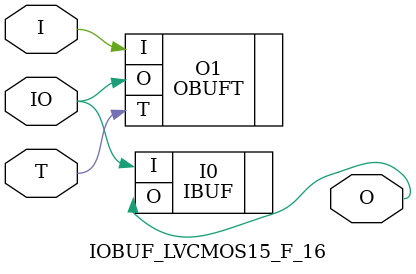
<source format=v>


`timescale  1 ps / 1 ps


module IOBUF_LVCMOS15_F_16 (O, IO, I, T);

    output O;

    inout  IO;

    input  I, T;

        OBUFT #(.IOSTANDARD("LVCMOS15"), .SLEW("FAST"), .DRIVE(16)) O1 (.O(IO), .I(I), .T(T)); 
	IBUF #(.IOSTANDARD("LVCMOS15"))  I0 (.O(O), .I(IO));
        

endmodule



</source>
